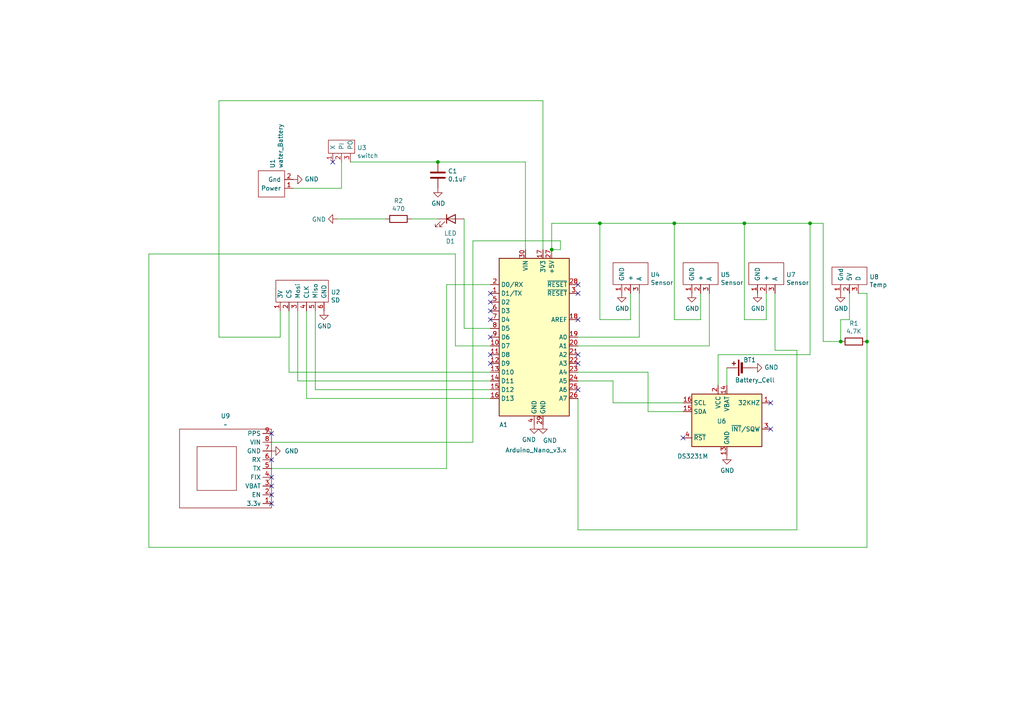
<source format=kicad_sch>
(kicad_sch (version 20231120) (generator "eeschema") (generator_version "8.0")
  (paper "A4")
  (lib_symbols
    (symbol "Device:Battery_Cell" (pin_numbers hide) (pin_names (offset 0) hide)
      (property "Reference" "BT" (at 2.54 2.54 0))
      (property "Value" "Battery_Cell" (at 2.54 0 0))
      (symbol "Battery_Cell_0_1"
        (rectangle (start -2.286 1.778) (end 2.286 1.524) (fill (type outline)))
        (rectangle (start -1.524 1.016) (end 1.524 0.508) (fill (type outline)))
        (polyline (pts (xy 0 0.762) (xy 0 0)))
        (polyline (pts (xy 0 1.778) (xy 0 2.54)))
        (polyline (pts (xy 0.762 3.048) (xy 1.778 3.048)) (stroke (width 0.254)))
        (polyline (pts (xy 1.27 3.556) (xy 1.27 2.54)) (stroke (width 0.254)))
      )
      (symbol "Battery_Cell_1_1"
        (pin passive line (at 0 5.08 270) (length 2.54) (name "+") (number "1"))
        (pin passive line (at 0 -2.54 90) (length 2.54) (name "-") (number "2"))
      )
    )
    (symbol "Device:C" (pin_numbers hide) (pin_names (offset 0.254))
      (property "Reference" "C" (at 0.635 2.54 0))
      (property "Value" "C" (at 0.635 -2.54 0))
      (symbol "C_0_1"
        (polyline (pts (xy -2.032 -0.762) (xy 2.032 -0.762)) (stroke (width 0.508)))
        (polyline (pts (xy -2.032 0.762) (xy 2.032 0.762)) (stroke (width 0.508)))
      )
      (symbol "C_1_1"
        (pin passive line (at 0 3.81 270) (length 2.794) (name "~") (number "1"))
        (pin passive line (at 0 -3.81 90) (length 2.794) (name "~") (number "2"))
      )
    )
    (symbol "Device:LED" (pin_numbers hide) (pin_names (offset 1.016) hide)
      (property "Reference" "D" (at 0 2.54 0))
      (property "Value" "LED" (at 0 -2.54 0))
      (symbol "LED_0_1"
        (polyline (pts (xy -1.27 -1.27) (xy -1.27 1.27)) (stroke (width 0.254)))
        (polyline (pts (xy -1.27 0) (xy 1.27 0)))
        (polyline (pts (xy 1.27 -1.27) (xy 1.27 1.27) (xy -1.27 0) (xy 1.27 -1.27)) (stroke (width 0.254)))
        (polyline (pts (xy -3.048 -0.762) (xy -4.572 -2.286) (xy -3.81 -2.286) (xy -4.572 -2.286) (xy -4.572 -1.524)))
        (polyline (pts (xy -1.778 -0.762) (xy -3.302 -2.286) (xy -2.54 -2.286) (xy -3.302 -2.286) (xy -3.302 -1.524)))
      )
      (symbol "LED_1_1"
        (pin passive line (at -3.81 0 0) (length 2.54) (name "K") (number "1"))
        (pin passive line (at 3.81 0 180) (length 2.54) (name "A") (number "2"))
      )
    )
    (symbol "Device:R" (pin_numbers hide) (pin_names (offset 0))
      (property "Reference" "R" (at 2.032 0 90))
      (property "Value" "R" (at 0 0 90))
      (symbol "R_0_1"
        (rectangle (start -1.016 -2.54) (end 1.016 2.54) (stroke (width 0.254)))
      )
      (symbol "R_1_1"
        (pin passive line (at 0 3.81 270) (length 1.27) (name "~") (number "1"))
        (pin passive line (at 0 -3.81 90) (length 1.27) (name "~") (number "2"))
      )
    )
    (symbol "MCU_Module:Arduino_Nano_v3.x"
      (property "Reference" "A" (at -10.16 23.495 0))
      (property "Value" "Arduino_Nano_v3.x" (at 5.08 -24.13 0))
      (symbol "Arduino_Nano_v3.x_0_1"
        (rectangle (start -10.16 22.86) (end 10.16 -22.86) (stroke (width 0.254)) (fill (type background)))
      )
      (symbol "Arduino_Nano_v3.x_1_1"
        (pin bidirectional line (at -12.7 12.7 0) (length 2.54) (name "D1/TX") (number "1"))
        (pin bidirectional line (at -12.7 -2.54 0) (length 2.54) (name "D7") (number "10"))
        (pin bidirectional line (at -12.7 -5.08 0) (length 2.54) (name "D8") (number "11"))
        (pin bidirectional line (at -12.7 -7.62 0) (length 2.54) (name "D9") (number "12"))
        (pin bidirectional line (at -12.7 -10.16 0) (length 2.54) (name "D10") (number "13"))
        (pin bidirectional line (at -12.7 -12.7 0) (length 2.54) (name "D11") (number "14"))
        (pin bidirectional line (at -12.7 -15.24 0) (length 2.54) (name "D12") (number "15"))
        (pin bidirectional line (at -12.7 -17.78 0) (length 2.54) (name "D13") (number "16"))
        (pin power_out line (at 2.54 25.4 270) (length 2.54) (name "3V3") (number "17"))
        (pin input line (at 12.7 5.08 180) (length 2.54) (name "AREF") (number "18"))
        (pin bidirectional line (at 12.7 0 180) (length 2.54) (name "A0") (number "19"))
        (pin bidirectional line (at -12.7 15.24 0) (length 2.54) (name "D0/RX") (number "2"))
        (pin bidirectional line (at 12.7 -2.54 180) (length 2.54) (name "A1") (number "20"))
        (pin bidirectional line (at 12.7 -5.08 180) (length 2.54) (name "A2") (number "21"))
        (pin bidirectional line (at 12.7 -7.62 180) (length 2.54) (name "A3") (number "22"))
        (pin bidirectional line (at 12.7 -10.16 180) (length 2.54) (name "A4") (number "23"))
        (pin bidirectional line (at 12.7 -12.7 180) (length 2.54) (name "A5") (number "24"))
        (pin bidirectional line (at 12.7 -15.24 180) (length 2.54) (name "A6") (number "25"))
        (pin bidirectional line (at 12.7 -17.78 180) (length 2.54) (name "A7") (number "26"))
        (pin power_out line (at 5.08 25.4 270) (length 2.54) (name "+5V") (number "27"))
        (pin input line (at 12.7 15.24 180) (length 2.54) (name "~{RESET}") (number "28"))
        (pin power_in line (at 2.54 -25.4 90) (length 2.54) (name "GND") (number "29"))
        (pin input line (at 12.7 12.7 180) (length 2.54) (name "~{RESET}") (number "3"))
        (pin power_in line (at -2.54 25.4 270) (length 2.54) (name "VIN") (number "30"))
        (pin power_in line (at 0 -25.4 90) (length 2.54) (name "GND") (number "4"))
        (pin bidirectional line (at -12.7 10.16 0) (length 2.54) (name "D2") (number "5"))
        (pin bidirectional line (at -12.7 7.62 0) (length 2.54) (name "D3") (number "6"))
        (pin bidirectional line (at -12.7 5.08 0) (length 2.54) (name "D4") (number "7"))
        (pin bidirectional line (at -12.7 2.54 0) (length 2.54) (name "D5") (number "8"))
        (pin bidirectional line (at -12.7 0 0) (length 2.54) (name "D6") (number "9"))
      )
    )
    (symbol "Timer_RTC:DS3231M"
      (property "Reference" "U" (at -7.62 8.89 0))
      (property "Value" "DS3231M" (at 10.16 8.89 0))
      (symbol "DS3231M_0_1"
        (rectangle (start -10.16 7.62) (end 10.16 -7.62) (stroke (width 0.254)) (fill (type background)))
      )
      (symbol "DS3231M_1_1"
        (pin open_collector line (at 12.7 5.08 180) (length 2.54) (name "32KHZ") (number "1"))
        (pin passive line (at 0 -10.16 90) (length 2.54) hide (name "GND") (number "10"))
        (pin passive line (at 0 -10.16 90) (length 2.54) hide (name "GND") (number "11"))
        (pin passive line (at 0 -10.16 90) (length 2.54) hide (name "GND") (number "12"))
        (pin power_in line (at 0 -10.16 90) (length 2.54) (name "GND") (number "13"))
        (pin power_in line (at 0 10.16 270) (length 2.54) (name "VBAT") (number "14"))
        (pin bidirectional line (at -12.7 2.54 0) (length 2.54) (name "SDA") (number "15"))
        (pin input line (at -12.7 5.08 0) (length 2.54) (name "SCL") (number "16"))
        (pin power_in line (at -2.54 10.16 270) (length 2.54) (name "VCC") (number "2"))
        (pin open_collector line (at 12.7 -2.54 180) (length 2.54) (name "~{INT}/SQW") (number "3"))
        (pin bidirectional line (at -12.7 -5.08 0) (length 2.54) (name "~{RST}") (number "4"))
        (pin passive line (at 0 -10.16 90) (length 2.54) hide (name "GND") (number "5"))
        (pin passive line (at 0 -10.16 90) (length 2.54) hide (name "GND") (number "6"))
        (pin passive line (at 0 -10.16 90) (length 2.54) hide (name "GND") (number "7"))
        (pin passive line (at 0 -10.16 90) (length 2.54) hide (name "GND") (number "8"))
        (pin passive line (at 0 -10.16 90) (length 2.54) hide (name "GND") (number "9"))
      )
    )
    (symbol "V0.1-rescue:GND-power" (power) (pin_names (offset 0))
      (property "Value" "power_GND" (at 0 -3.81 0))
      (symbol "GND-power_0_1"
        (polyline (pts (xy 0 0) (xy 0 -1.27) (xy 1.27 -1.27) (xy 0 -2.54) (xy -1.27 -1.27) (xy 0 -1.27)))
      )
      (symbol "GND-power_1_1"
        (pin power_in line (at 0 0 270) (length 0) hide (name "GND") (number "1"))
      )
    )
    (symbol "V0.1-rescue:GPS_Module"
      (property "Reference" "U" (at 0 4.826 0))
      (symbol "GPS_Module_0_1"
        (rectangle (start -3.81 1.27) (end 22.86 -21.59))
        (rectangle (start 6.35 -3.81) (end 17.78 -16.51))
      )
      (symbol "GPS_Module_1_1"
        (pin power_in line (at -3.81 0 0) (length 2.54) (name "3.3v") (number "1"))
        (pin input line (at -3.81 -2.54 0) (length 2.54) (name "EN") (number "2"))
        (pin input line (at -3.81 -5.08 0) (length 2.54) (name "VBAT") (number "3"))
        (pin output line (at -3.81 -7.62 0) (length 2.54) (name "FIX") (number "4"))
        (pin output line (at -3.81 -10.16 0) (length 2.54) (name "TX") (number "5"))
        (pin input line (at -3.81 -12.7 0) (length 2.54) (name "RX") (number "6"))
        (pin passive line (at -3.81 -15.24 0) (length 2.54) (name "GND") (number "7"))
        (pin input line (at -3.81 -17.78 0) (length 2.54) (name "VIN") (number "8"))
        (pin output line (at -3.81 -20.32 0) (length 2.54) (name "PPS") (number "9"))
      )
    )
    (symbol "V0.1-rescue:SD-water" (pin_names (offset 1.016))
      (property "Reference" "U" (at 0 3.81 0))
      (property "Value" "water_SD" (at 0 1.27 0))
      (symbol "SD-water_0_1"
        (rectangle (start -7.62 -7.62) (end 7.62 -1.27))
      )
      (symbol "SD-water_1_1"
        (pin input line (at -6.35 -10.16 90) (length 2.54) (name "3V") (number "1"))
        (pin input line (at -3.81 -10.16 90) (length 2.54) (name "CS") (number "2"))
        (pin input line (at -1.27 -10.16 90) (length 2.54) (name "Mosi") (number "3"))
        (pin input line (at 1.27 -10.16 90) (length 2.54) (name "CLK") (number "4"))
        (pin input line (at 3.81 -10.16 90) (length 2.54) (name "Miso") (number "5"))
        (pin input line (at 6.35 -10.16 90) (length 2.54) (name "GND") (number "6"))
      )
    )
    (symbol "V0.1-rescue:Sensor-WATER_SENSOR-cache" (pin_names (offset 1.016))
      (property "Reference" "U" (at 0 5.08 0))
      (property "Value" "WATER_SENSOR-cache_Sensor" (at 0 2.54 0))
      (symbol "Sensor-WATER_SENSOR-cache_0_1"
        (rectangle (start -5.08 -6.35) (end 5.08 0))
      )
      (symbol "Sensor-WATER_SENSOR-cache_1_1"
        (pin input line (at -2.54 -8.89 90) (length 2.54) (name "GND") (number "1"))
        (pin input line (at 0 -8.89 90) (length 2.54) (name "+") (number "2"))
        (pin input line (at 2.54 -8.89 90) (length 2.54) (name "A") (number "3"))
      )
    )
    (symbol "V0.1-rescue:Temp-WATER_SENSOR-cache" (pin_names (offset 1.016))
      (property "Reference" "U" (at 0 2.54 0))
      (property "Value" "WATER_SENSOR-cache_Temp" (at 0 1.27 0))
      (symbol "Temp-WATER_SENSOR-cache_0_1"
        (rectangle (start -5.08 -5.08) (end 5.08 0))
      )
      (symbol "Temp-WATER_SENSOR-cache_1_1"
        (pin input line (at -2.54 -7.62 90) (length 2.54) (name "Gnd") (number "1"))
        (pin input line (at 0 -7.62 90) (length 2.54) (name "5V") (number "2"))
        (pin input line (at 2.54 -7.62 90) (length 2.54) (name "D") (number "3"))
      )
    )
    (symbol "V0.1-rescue:switch-water" (pin_names (offset 1.016))
      (property "Reference" "U" (at 0 -5.08 0))
      (property "Value" "water_switch" (at -5.08 -2.54 0))
      (symbol "switch-water_0_1"
        (rectangle (start -8.89 -7.62) (end -1.27 -3.81))
      )
      (symbol "switch-water_1_1"
        (pin input line (at -7.62 -10.16 90) (length 2.54) (name "X") (number "1"))
        (pin input line (at -5.08 -10.16 90) (length 2.54) (name "PI") (number "2"))
        (pin input line (at -2.54 -10.16 90) (length 2.54) (name "PO") (number "3"))
      )
    )
    (symbol "V0.1-rescue:water_Battery-WATER_SENSOR-cache" (pin_names (offset 1.016))
      (property "Reference" "U" (at 1.27 0 0))
      (property "Value" "WATER_SENSOR-cache_water_Battery" (at 1.27 -2.54 0))
      (symbol "water_Battery-WATER_SENSOR-cache_0_1"
        (rectangle (start -2.54 -11.43) (end 5.08 -3.81))
      )
      (symbol "water_Battery-WATER_SENSOR-cache_1_1"
        (pin input line (at 0 -13.97 90) (length 2.54) (name "Power") (number "1"))
        (pin input line (at 2.54 -13.97 90) (length 2.54) (name "Gnd") (number "2"))
      )
    )
    (symbol "power:GND" (power) (pin_numbers hide) (pin_names (offset 0) hide)
      (property "Value" "GND" (at 0 -3.81 0))
      (symbol "GND_0_1"
        (polyline (pts (xy 0 0) (xy 0 -1.27) (xy 1.27 -1.27) (xy 0 -2.54) (xy -1.27 -1.27) (xy 0 -1.27)))
      )
      (symbol "GND_1_1"
        (pin power_in line (at 0 0 270) (length 0) (name "~") (number "1"))
      )
    )
  )
  (junction (at 127 46.99))
  (junction (at 215.9 64.77))
  (junction (at 160.02 72.39))
  (junction (at 234.95 64.77))
  (junction (at 173.99 64.77))
  (junction (at 251.46 99.06))
  (junction (at 195.58 64.77))
  (junction (at 243.84 99.06))
  (no_connect (at 96.52 46.99))
  (no_connect (at 142.24 92.71))
  (no_connect (at 223.52 116.84))
  (no_connect (at 78.74 133.35))
  (no_connect (at 78.74 146.05))
  (no_connect (at 78.74 125.73))
  (no_connect (at 142.24 85.09))
  (no_connect (at 167.64 102.87))
  (no_connect (at 142.24 97.79))
  (no_connect (at 142.24 105.41))
  (no_connect (at 167.64 85.09))
  (no_connect (at 142.24 87.63))
  (no_connect (at 78.74 138.43))
  (no_connect (at 167.64 92.71))
  (no_connect (at 223.52 124.46))
  (no_connect (at 167.64 113.03))
  (no_connect (at 167.64 105.41))
  (no_connect (at 78.74 140.97))
  (no_connect (at 142.24 102.87))
  (no_connect (at 198.12 127))
  (no_connect (at 142.24 90.17))
  (no_connect (at 167.64 82.55))
  (no_connect (at 78.74 143.51))
  (wire (pts (xy 137.16 128.27) (xy 137.16 69.85)))
  (wire (pts (xy 187.96 119.38) (xy 187.96 107.95)))
  (wire (pts (xy 187.96 107.95) (xy 167.64 107.95)))
  (wire (pts (xy 173.99 64.77) (xy 195.58 64.77)))
  (wire (pts (xy 231.14 101.6) (xy 231.14 153.67)))
  (wire (pts (xy 88.9 115.57) (xy 142.24 115.57)))
  (wire (pts (xy 132.08 73.66) (xy 132.08 100.33)))
  (wire (pts (xy 222.25 92.71) (xy 222.25 85.09)))
  (wire (pts (xy 91.44 113.03) (xy 142.24 113.03)))
  (wire (pts (xy 203.2 92.71) (xy 203.2 85.09)))
  (wire (pts (xy 63.5 97.79) (xy 81.28 97.79)))
  (wire (pts (xy 78.74 135.89) (xy 129.54 135.89)))
  (wire (pts (xy 111.76 63.5) (xy 97.79 63.5)))
  (wire (pts (xy 251.46 158.75) (xy 43.18 158.75)))
  (wire (pts (xy 88.9 90.17) (xy 88.9 115.57)))
  (wire (pts (xy 91.44 90.17) (xy 91.44 113.03)))
  (wire (pts (xy 205.74 85.09) (xy 205.74 100.33)))
  (wire (pts (xy 231.14 153.67) (xy 167.64 153.67)))
  (wire (pts (xy 160.02 72.39) (xy 160.02 64.77)))
  (wire (pts (xy 234.95 102.87) (xy 208.28 102.87)))
  (wire (pts (xy 86.36 90.17) (xy 86.36 110.49)))
  (wire (pts (xy 215.9 92.71) (xy 222.25 92.71)))
  (wire (pts (xy 246.38 92.71) (xy 243.84 92.71)))
  (wire (pts (xy 43.18 158.75) (xy 43.18 73.66)))
  (wire (pts (xy 224.79 85.09) (xy 224.79 101.6)))
  (wire (pts (xy 243.84 92.71) (xy 243.84 99.06)))
  (wire (pts (xy 134.62 95.25) (xy 134.62 63.5)))
  (wire (pts (xy 167.64 153.67) (xy 167.64 115.57)))
  (wire (pts (xy 132.08 100.33) (xy 142.24 100.33)))
  (wire (pts (xy 129.54 82.55) (xy 142.24 82.55)))
  (wire (pts (xy 185.42 85.09) (xy 185.42 97.79)))
  (wire (pts (xy 246.38 85.09) (xy 246.38 92.71)))
  (wire (pts (xy 85.09 54.61) (xy 99.06 54.61)))
  (wire (pts (xy 101.6 46.99) (xy 127 46.99)))
  (wire (pts (xy 195.58 92.71) (xy 203.2 92.71)))
  (wire (pts (xy 177.8 116.84) (xy 177.8 110.49)))
  (wire (pts (xy 198.12 116.84) (xy 177.8 116.84)))
  (wire (pts (xy 162.56 69.85) (xy 162.56 72.39)))
  (wire (pts (xy 78.74 128.27) (xy 137.16 128.27)))
  (wire (pts (xy 208.28 102.87) (xy 208.28 111.76)))
  (wire (pts (xy 177.8 110.49) (xy 167.64 110.49)))
  (wire (pts (xy 157.48 72.39) (xy 157.48 29.21)))
  (wire (pts (xy 215.9 64.77) (xy 234.95 64.77)))
  (wire (pts (xy 185.42 97.79) (xy 167.64 97.79)))
  (wire (pts (xy 224.79 101.6) (xy 231.14 101.6)))
  (wire (pts (xy 173.99 92.71) (xy 182.88 92.71)))
  (wire (pts (xy 238.76 64.77) (xy 238.76 99.06)))
  (wire (pts (xy 127 46.99) (xy 152.4 46.99)))
  (wire (pts (xy 205.74 100.33) (xy 167.64 100.33)))
  (wire (pts (xy 238.76 99.06) (xy 243.84 99.06)))
  (wire (pts (xy 99.06 54.61) (xy 99.06 46.99)))
  (wire (pts (xy 160.02 64.77) (xy 173.99 64.77)))
  (wire (pts (xy 182.88 92.71) (xy 182.88 85.09)))
  (wire (pts (xy 63.5 29.21) (xy 63.5 97.79)))
  (wire (pts (xy 234.95 64.77) (xy 234.95 102.87)))
  (wire (pts (xy 152.4 46.99) (xy 152.4 72.39)))
  (wire (pts (xy 251.46 99.06) (xy 251.46 158.75)))
  (wire (pts (xy 162.56 72.39) (xy 160.02 72.39)))
  (wire (pts (xy 83.82 90.17) (xy 83.82 107.95)))
  (wire (pts (xy 137.16 69.85) (xy 162.56 69.85)))
  (wire (pts (xy 81.28 97.79) (xy 81.28 90.17)))
  (wire (pts (xy 195.58 64.77) (xy 215.9 64.77)))
  (wire (pts (xy 157.48 29.21) (xy 63.5 29.21)))
  (wire (pts (xy 195.58 64.77) (xy 195.58 92.71)))
  (wire (pts (xy 142.24 95.25) (xy 134.62 95.25)))
  (wire (pts (xy 43.18 73.66) (xy 132.08 73.66)))
  (wire (pts (xy 173.99 64.77) (xy 173.99 92.71)))
  (wire (pts (xy 251.46 85.09) (xy 251.46 99.06)))
  (wire (pts (xy 83.82 107.95) (xy 142.24 107.95)))
  (wire (pts (xy 210.82 106.68) (xy 210.82 111.76)))
  (wire (pts (xy 86.36 110.49) (xy 142.24 110.49)))
  (wire (pts (xy 215.9 64.77) (xy 215.9 92.71)))
  (wire (pts (xy 127 63.5) (xy 119.38 63.5)))
  (wire (pts (xy 198.12 119.38) (xy 187.96 119.38)))
  (wire (pts (xy 234.95 64.77) (xy 238.76 64.77)))
  (wire (pts (xy 129.54 135.89) (xy 129.54 82.55)))
  (wire (pts (xy 248.92 85.09) (xy 251.46 85.09)))
  (symbol (lib_id "MCU_Module:Arduino_Nano_v3.x") (at 154.94 97.79 0) (unit 1)
    (property "Reference" "A1" (at 146.05 123.19 0))
    (property "Value" "Arduino_Nano_v3.x" (at 155.448 130.556 0))
    (property "Footprint" "Module:Arduino_Nano" (effects (hide yes)))
    (property "Datasheet" "http://www.mouser.com/pdfdocs/Gravitech_Arduino_Nano3_0.pdf" (effects (hide yes)))
  )
  (symbol (lib_id "Timer_RTC:DS3231M") (at 210.82 121.92 0) (unit 1)
    (property "Reference" "U6" (at 209.296 122.174 0))
    (property "Value" "DS3231M" (at 200.914 132.334 0))
    (property "Footprint" "Package_SO:SOIC-16W_7.5x10.3mm_P1.27mm" (effects (hide yes)))
    (property "Datasheet" "http://datasheets.maximintegrated.com/en/ds/DS3231.pdf" (effects (hide yes)))
  )
  (symbol (lib_id "V0.1-rescue:SD-water") (at 87.63 80.01 0) (unit 1)
    (property "Reference" "U2" (at 95.9612 84.7598 0) (effects (justify left)))
    (property "Value" "SD" (at 95.9612 87.0712 0) (effects (justify left)))
    (property "Footprint" "WATER_SENSOR:SD" (effects (hide yes)))
  )
  (symbol (lib_id "V0.1-rescue:Sensor-WATER_SENSOR-cache") (at 182.88 76.2 0) (unit 1)
    (property "Reference" "U4" (at 188.6712 79.6798 0) (effects (justify left)))
    (property "Value" "Sensor" (at 188.6712 81.9912 0) (effects (justify left)))
    (property "Footprint" "WATER_SENSOR:phraails" (effects (hide yes)))
  )
  (symbol (lib_id "V0.1-rescue:water_Battery-WATER_SENSOR-cache") (at 71.12 54.61 90) (unit 1)
    (property "Reference" "U1" (at 79.0448 48.8188 0) (effects (justify left)))
    (property "Value" "water_Battery" (at 81.3562 48.8188 0) (effects (justify left)))
    (property "Footprint" "WATER_SENSOR:Battery_Input" (effects (hide yes)))
  )
  (symbol (lib_id "V0.1-rescue:switch-water") (at 104.14 36.83 0) (unit 1)
    (property "Reference" "U3" (at 103.5812 42.8498 0) (effects (justify left)))
    (property "Value" "switch" (at 103.5812 45.1612 0) (effects (justify left)))
    (property "Footprint" "WATER_SENSOR:grounded_switch" (effects (hide yes)))
  )
  (symbol (lib_id "V0.1-rescue:Sensor-WATER_SENSOR-cache") (at 203.2 76.2 0) (unit 1)
    (property "Reference" "U5" (at 208.9912 79.6798 0) (effects (justify left)))
    (property "Value" "Sensor" (at 208.9912 81.9912 0) (effects (justify left)))
    (property "Footprint" "WATER_SENSOR:TDS" (effects (hide yes)))
  )
  (symbol (lib_id "V0.1-rescue:Sensor-WATER_SENSOR-cache") (at 222.25 76.2 0) (unit 1)
    (property "Reference" "U7" (at 228.0412 79.6798 0) (effects (justify left)))
    (property "Value" "Sensor" (at 228.0412 81.9912 0) (effects (justify left)))
    (property "Footprint" "WATER_SENSOR:Turbidity" (effects (hide yes)))
  )
  (symbol (lib_id "V0.1-rescue:Temp-WATER_SENSOR-cache") (at 246.38 77.47 0) (unit 1)
    (property "Reference" "U8" (at 252.1712 80.3148 0) (effects (justify left)))
    (property "Value" "Temp" (at 252.1712 82.6262 0) (effects (justify left)))
    (property "Footprint" "WATER_SENSOR:Temp." (effects (hide yes)))
  )
  (symbol (lib_id "V0.1-rescue:GND-power") (at 180.34 85.09 0) (unit 1)
    (property "Reference" "#PWR0101" (effects (hide yes)))
    (property "Value" "GND" (at 180.467 89.4842 0))
  )
  (symbol (lib_id "V0.1-rescue:GND-power") (at 200.66 85.09 0) (unit 1)
    (property "Reference" "#PWR0102" (effects (hide yes)))
    (property "Value" "GND" (at 200.787 89.4842 0))
  )
  (symbol (lib_id "V0.1-rescue:GND-power") (at 219.71 85.09 0) (unit 1)
    (property "Reference" "#PWR0103" (effects (hide yes)))
    (property "Value" "GND" (at 219.837 89.4842 0))
  )
  (symbol (lib_id "V0.1-rescue:GND-power") (at 85.09 52.07 90) (unit 1)
    (property "Reference" "#PWR0104" (effects (hide yes)))
    (property "Value" "GND" (at 88.3412 51.943 90) (effects (justify right)))
  )
  (symbol (lib_id "V0.1-rescue:GND-power") (at 93.98 90.17 0) (unit 1)
    (property "Reference" "#PWR0105" (effects (hide yes)))
    (property "Value" "GND" (at 94.107 94.5642 0))
  )
  (symbol (lib_id "Device:R") (at 247.65 99.06 270) (unit 1)
    (property "Reference" "R1" (at 247.65 93.8022 90))
    (property "Value" "4.7K" (at 247.65 96.1136 90))
    (property "Footprint" "Resistor_SMD:R_1206_3216Metric_Pad1.30x1.75mm_HandSolder" (effects (hide yes)))
  )
  (symbol (lib_id "V0.1-rescue:GND-power") (at 243.84 85.09 0) (unit 1)
    (property "Reference" "#PWR0106" (effects (hide yes)))
    (property "Value" "GND" (at 243.967 89.4842 0))
  )
  (symbol (lib_id "Device:Battery_Cell") (at 215.9 106.68 90) (unit 1)
    (property "Reference" "BT1" (at 217.424 104.394 90))
    (property "Value" "Battery_Cell" (at 218.948 110.236 90))
    (property "Footprint" "WATER_SENSOR:battery_holder_10mm" (effects (hide yes)))
  )
  (symbol (lib_id "V0.1-rescue:GND-power") (at 210.82 132.08 0) (unit 1)
    (property "Reference" "#PWR0108" (effects (hide yes)))
    (property "Value" "GND" (at 210.947 136.4742 0))
  )
  (symbol (lib_id "V0.1-rescue:GND-power") (at 157.48 123.19 0) (unit 1)
    (property "Reference" "#PWR0109" (effects (hide yes)))
    (property "Value" "GND" (at 159.512 127.762 0))
  )
  (symbol (lib_id "V0.1-rescue:GND-power") (at 154.94 123.19 0) (unit 1)
    (property "Reference" "#PWR0110" (effects (hide yes)))
    (property "Value" "GND" (at 153.416 127.508 0))
  )
  (symbol (lib_id "Device:C") (at 127 50.8 0) (unit 1)
    (property "Reference" "C1" (at 129.921 49.6316 0) (effects (justify left)))
    (property "Value" "0.1uF" (at 129.921 51.943 0) (effects (justify left)))
    (property "Footprint" "Capacitor_SMD:C_1206_3216Metric_Pad1.33x1.80mm_HandSolder" (effects (hide yes)))
  )
  (symbol (lib_id "V0.1-rescue:GND-power") (at 127 54.61 0) (unit 1)
    (property "Reference" "#PWR0111" (effects (hide yes)))
    (property "Value" "GND" (at 127.127 59.0042 0))
  )
  (symbol (lib_id "Device:LED") (at 130.81 63.5 0) (unit 1)
    (property "Reference" "D1" (at 130.6322 69.977 0))
    (property "Value" "LED" (at 130.6322 67.6656 0))
    (property "Footprint" "LED_THT:LED_D3.0mm" (effects (hide yes)))
  )
  (symbol (lib_id "Device:R") (at 115.57 63.5 270) (unit 1)
    (property "Reference" "R2" (at 115.57 58.2422 90))
    (property "Value" "470" (at 115.57 60.5536 90))
    (property "Footprint" "Resistor_SMD:R_1206_3216Metric_Pad1.30x1.75mm_HandSolder" (effects (hide yes)))
  )
  (symbol (lib_id "V0.1-rescue:GND-power") (at 97.79 63.5 270) (unit 1)
    (property "Reference" "#PWR0112" (effects (hide yes)))
    (property "Value" "GND" (at 94.5388 63.627 90) (effects (justify right)))
  )
  (symbol (lib_id "V0.1-rescue:GND-power") (at 218.44 106.68 90) (unit 1)
    (property "Reference" "#PWR0107" (effects (hide yes)))
    (property "Value" "GND" (at 221.6912 106.553 90) (effects (justify right)))
  )
  (symbol (lib_id "power:GND") (at 78.74 130.81 90) (unit 1)
    (property "Reference" "#PWR01" (effects (hide yes)))
    (property "Value" "GND" (at 82.55 130.8099 90) (effects (justify right)))
    (property "Description" "Power symbol creates a global label with name \"GND\" , ground" (effects (hide yes)))
  )
  (symbol (lib_id "V0.1-rescue:GPS_Module") (at 74.93 146.05 180) (unit 1)
    (property "Reference" "U9" (at 65.405 120.65 0))
    (property "Value" "~" (at 65.405 123.19 0))
    (property "Footprint" "GPS Module:GPS Module" (effects (hide yes)))
  )
)
</source>
